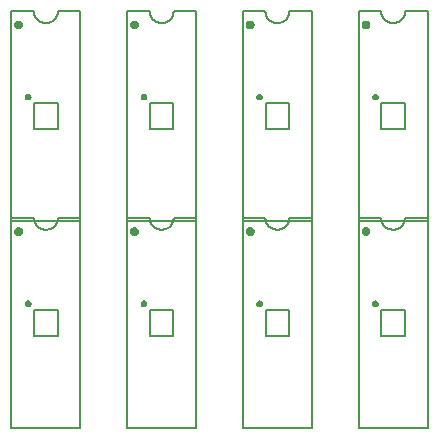
<source format=gto>
G75*
%MOIN*%
%OFA0B0*%
%FSLAX25Y25*%
%IPPOS*%
%LPD*%
%AMOC8*
5,1,8,0,0,1.08239X$1,22.5*
%
%ADD10C,0.01181*%
%ADD11R,0.01575X0.01575*%
%ADD12C,0.00787*%
%ADD13C,0.00600*%
D10*
X0053791Y0085252D02*
X0053793Y0085308D01*
X0053799Y0085363D01*
X0053809Y0085417D01*
X0053822Y0085471D01*
X0053840Y0085524D01*
X0053861Y0085575D01*
X0053885Y0085625D01*
X0053913Y0085673D01*
X0053945Y0085719D01*
X0053979Y0085763D01*
X0054017Y0085804D01*
X0054057Y0085842D01*
X0054100Y0085877D01*
X0054145Y0085909D01*
X0054193Y0085938D01*
X0054242Y0085964D01*
X0054293Y0085986D01*
X0054345Y0086004D01*
X0054399Y0086018D01*
X0054454Y0086029D01*
X0054509Y0086036D01*
X0054564Y0086039D01*
X0054620Y0086038D01*
X0054675Y0086033D01*
X0054730Y0086024D01*
X0054784Y0086012D01*
X0054837Y0085995D01*
X0054889Y0085975D01*
X0054939Y0085951D01*
X0054987Y0085924D01*
X0055034Y0085894D01*
X0055078Y0085860D01*
X0055120Y0085823D01*
X0055158Y0085783D01*
X0055195Y0085741D01*
X0055228Y0085696D01*
X0055257Y0085650D01*
X0055284Y0085601D01*
X0055306Y0085550D01*
X0055326Y0085498D01*
X0055341Y0085444D01*
X0055353Y0085390D01*
X0055361Y0085335D01*
X0055365Y0085280D01*
X0055365Y0085224D01*
X0055361Y0085169D01*
X0055353Y0085114D01*
X0055341Y0085060D01*
X0055326Y0085006D01*
X0055306Y0084954D01*
X0055284Y0084903D01*
X0055257Y0084854D01*
X0055228Y0084808D01*
X0055195Y0084763D01*
X0055158Y0084721D01*
X0055120Y0084681D01*
X0055078Y0084644D01*
X0055034Y0084610D01*
X0054987Y0084580D01*
X0054939Y0084553D01*
X0054889Y0084529D01*
X0054837Y0084509D01*
X0054784Y0084492D01*
X0054730Y0084480D01*
X0054675Y0084471D01*
X0054620Y0084466D01*
X0054564Y0084465D01*
X0054509Y0084468D01*
X0054454Y0084475D01*
X0054399Y0084486D01*
X0054345Y0084500D01*
X0054293Y0084518D01*
X0054242Y0084540D01*
X0054193Y0084566D01*
X0054145Y0084595D01*
X0054100Y0084627D01*
X0054057Y0084662D01*
X0054017Y0084700D01*
X0053979Y0084741D01*
X0053945Y0084785D01*
X0053913Y0084831D01*
X0053885Y0084879D01*
X0053861Y0084929D01*
X0053840Y0084980D01*
X0053822Y0085033D01*
X0053809Y0085087D01*
X0053799Y0085141D01*
X0053793Y0085196D01*
X0053791Y0085252D01*
X0092374Y0085252D02*
X0092376Y0085308D01*
X0092382Y0085363D01*
X0092392Y0085417D01*
X0092405Y0085471D01*
X0092423Y0085524D01*
X0092444Y0085575D01*
X0092468Y0085625D01*
X0092496Y0085673D01*
X0092528Y0085719D01*
X0092562Y0085763D01*
X0092600Y0085804D01*
X0092640Y0085842D01*
X0092683Y0085877D01*
X0092728Y0085909D01*
X0092776Y0085938D01*
X0092825Y0085964D01*
X0092876Y0085986D01*
X0092928Y0086004D01*
X0092982Y0086018D01*
X0093037Y0086029D01*
X0093092Y0086036D01*
X0093147Y0086039D01*
X0093203Y0086038D01*
X0093258Y0086033D01*
X0093313Y0086024D01*
X0093367Y0086012D01*
X0093420Y0085995D01*
X0093472Y0085975D01*
X0093522Y0085951D01*
X0093570Y0085924D01*
X0093617Y0085894D01*
X0093661Y0085860D01*
X0093703Y0085823D01*
X0093741Y0085783D01*
X0093778Y0085741D01*
X0093811Y0085696D01*
X0093840Y0085650D01*
X0093867Y0085601D01*
X0093889Y0085550D01*
X0093909Y0085498D01*
X0093924Y0085444D01*
X0093936Y0085390D01*
X0093944Y0085335D01*
X0093948Y0085280D01*
X0093948Y0085224D01*
X0093944Y0085169D01*
X0093936Y0085114D01*
X0093924Y0085060D01*
X0093909Y0085006D01*
X0093889Y0084954D01*
X0093867Y0084903D01*
X0093840Y0084854D01*
X0093811Y0084808D01*
X0093778Y0084763D01*
X0093741Y0084721D01*
X0093703Y0084681D01*
X0093661Y0084644D01*
X0093617Y0084610D01*
X0093570Y0084580D01*
X0093522Y0084553D01*
X0093472Y0084529D01*
X0093420Y0084509D01*
X0093367Y0084492D01*
X0093313Y0084480D01*
X0093258Y0084471D01*
X0093203Y0084466D01*
X0093147Y0084465D01*
X0093092Y0084468D01*
X0093037Y0084475D01*
X0092982Y0084486D01*
X0092928Y0084500D01*
X0092876Y0084518D01*
X0092825Y0084540D01*
X0092776Y0084566D01*
X0092728Y0084595D01*
X0092683Y0084627D01*
X0092640Y0084662D01*
X0092600Y0084700D01*
X0092562Y0084741D01*
X0092528Y0084785D01*
X0092496Y0084831D01*
X0092468Y0084879D01*
X0092444Y0084929D01*
X0092423Y0084980D01*
X0092405Y0085033D01*
X0092392Y0085087D01*
X0092382Y0085141D01*
X0092376Y0085196D01*
X0092374Y0085252D01*
X0130956Y0085252D02*
X0130958Y0085308D01*
X0130964Y0085363D01*
X0130974Y0085417D01*
X0130987Y0085471D01*
X0131005Y0085524D01*
X0131026Y0085575D01*
X0131050Y0085625D01*
X0131078Y0085673D01*
X0131110Y0085719D01*
X0131144Y0085763D01*
X0131182Y0085804D01*
X0131222Y0085842D01*
X0131265Y0085877D01*
X0131310Y0085909D01*
X0131358Y0085938D01*
X0131407Y0085964D01*
X0131458Y0085986D01*
X0131510Y0086004D01*
X0131564Y0086018D01*
X0131619Y0086029D01*
X0131674Y0086036D01*
X0131729Y0086039D01*
X0131785Y0086038D01*
X0131840Y0086033D01*
X0131895Y0086024D01*
X0131949Y0086012D01*
X0132002Y0085995D01*
X0132054Y0085975D01*
X0132104Y0085951D01*
X0132152Y0085924D01*
X0132199Y0085894D01*
X0132243Y0085860D01*
X0132285Y0085823D01*
X0132323Y0085783D01*
X0132360Y0085741D01*
X0132393Y0085696D01*
X0132422Y0085650D01*
X0132449Y0085601D01*
X0132471Y0085550D01*
X0132491Y0085498D01*
X0132506Y0085444D01*
X0132518Y0085390D01*
X0132526Y0085335D01*
X0132530Y0085280D01*
X0132530Y0085224D01*
X0132526Y0085169D01*
X0132518Y0085114D01*
X0132506Y0085060D01*
X0132491Y0085006D01*
X0132471Y0084954D01*
X0132449Y0084903D01*
X0132422Y0084854D01*
X0132393Y0084808D01*
X0132360Y0084763D01*
X0132323Y0084721D01*
X0132285Y0084681D01*
X0132243Y0084644D01*
X0132199Y0084610D01*
X0132152Y0084580D01*
X0132104Y0084553D01*
X0132054Y0084529D01*
X0132002Y0084509D01*
X0131949Y0084492D01*
X0131895Y0084480D01*
X0131840Y0084471D01*
X0131785Y0084466D01*
X0131729Y0084465D01*
X0131674Y0084468D01*
X0131619Y0084475D01*
X0131564Y0084486D01*
X0131510Y0084500D01*
X0131458Y0084518D01*
X0131407Y0084540D01*
X0131358Y0084566D01*
X0131310Y0084595D01*
X0131265Y0084627D01*
X0131222Y0084662D01*
X0131182Y0084700D01*
X0131144Y0084741D01*
X0131110Y0084785D01*
X0131078Y0084831D01*
X0131050Y0084879D01*
X0131026Y0084929D01*
X0131005Y0084980D01*
X0130987Y0085033D01*
X0130974Y0085087D01*
X0130964Y0085141D01*
X0130958Y0085196D01*
X0130956Y0085252D01*
X0169539Y0085252D02*
X0169541Y0085308D01*
X0169547Y0085363D01*
X0169557Y0085417D01*
X0169570Y0085471D01*
X0169588Y0085524D01*
X0169609Y0085575D01*
X0169633Y0085625D01*
X0169661Y0085673D01*
X0169693Y0085719D01*
X0169727Y0085763D01*
X0169765Y0085804D01*
X0169805Y0085842D01*
X0169848Y0085877D01*
X0169893Y0085909D01*
X0169941Y0085938D01*
X0169990Y0085964D01*
X0170041Y0085986D01*
X0170093Y0086004D01*
X0170147Y0086018D01*
X0170202Y0086029D01*
X0170257Y0086036D01*
X0170312Y0086039D01*
X0170368Y0086038D01*
X0170423Y0086033D01*
X0170478Y0086024D01*
X0170532Y0086012D01*
X0170585Y0085995D01*
X0170637Y0085975D01*
X0170687Y0085951D01*
X0170735Y0085924D01*
X0170782Y0085894D01*
X0170826Y0085860D01*
X0170868Y0085823D01*
X0170906Y0085783D01*
X0170943Y0085741D01*
X0170976Y0085696D01*
X0171005Y0085650D01*
X0171032Y0085601D01*
X0171054Y0085550D01*
X0171074Y0085498D01*
X0171089Y0085444D01*
X0171101Y0085390D01*
X0171109Y0085335D01*
X0171113Y0085280D01*
X0171113Y0085224D01*
X0171109Y0085169D01*
X0171101Y0085114D01*
X0171089Y0085060D01*
X0171074Y0085006D01*
X0171054Y0084954D01*
X0171032Y0084903D01*
X0171005Y0084854D01*
X0170976Y0084808D01*
X0170943Y0084763D01*
X0170906Y0084721D01*
X0170868Y0084681D01*
X0170826Y0084644D01*
X0170782Y0084610D01*
X0170735Y0084580D01*
X0170687Y0084553D01*
X0170637Y0084529D01*
X0170585Y0084509D01*
X0170532Y0084492D01*
X0170478Y0084480D01*
X0170423Y0084471D01*
X0170368Y0084466D01*
X0170312Y0084465D01*
X0170257Y0084468D01*
X0170202Y0084475D01*
X0170147Y0084486D01*
X0170093Y0084500D01*
X0170041Y0084518D01*
X0169990Y0084540D01*
X0169941Y0084566D01*
X0169893Y0084595D01*
X0169848Y0084627D01*
X0169805Y0084662D01*
X0169765Y0084700D01*
X0169727Y0084741D01*
X0169693Y0084785D01*
X0169661Y0084831D01*
X0169633Y0084879D01*
X0169609Y0084929D01*
X0169588Y0084980D01*
X0169570Y0085033D01*
X0169557Y0085087D01*
X0169547Y0085141D01*
X0169541Y0085196D01*
X0169539Y0085252D01*
X0169539Y0154150D02*
X0169541Y0154206D01*
X0169547Y0154261D01*
X0169557Y0154315D01*
X0169570Y0154369D01*
X0169588Y0154422D01*
X0169609Y0154473D01*
X0169633Y0154523D01*
X0169661Y0154571D01*
X0169693Y0154617D01*
X0169727Y0154661D01*
X0169765Y0154702D01*
X0169805Y0154740D01*
X0169848Y0154775D01*
X0169893Y0154807D01*
X0169941Y0154836D01*
X0169990Y0154862D01*
X0170041Y0154884D01*
X0170093Y0154902D01*
X0170147Y0154916D01*
X0170202Y0154927D01*
X0170257Y0154934D01*
X0170312Y0154937D01*
X0170368Y0154936D01*
X0170423Y0154931D01*
X0170478Y0154922D01*
X0170532Y0154910D01*
X0170585Y0154893D01*
X0170637Y0154873D01*
X0170687Y0154849D01*
X0170735Y0154822D01*
X0170782Y0154792D01*
X0170826Y0154758D01*
X0170868Y0154721D01*
X0170906Y0154681D01*
X0170943Y0154639D01*
X0170976Y0154594D01*
X0171005Y0154548D01*
X0171032Y0154499D01*
X0171054Y0154448D01*
X0171074Y0154396D01*
X0171089Y0154342D01*
X0171101Y0154288D01*
X0171109Y0154233D01*
X0171113Y0154178D01*
X0171113Y0154122D01*
X0171109Y0154067D01*
X0171101Y0154012D01*
X0171089Y0153958D01*
X0171074Y0153904D01*
X0171054Y0153852D01*
X0171032Y0153801D01*
X0171005Y0153752D01*
X0170976Y0153706D01*
X0170943Y0153661D01*
X0170906Y0153619D01*
X0170868Y0153579D01*
X0170826Y0153542D01*
X0170782Y0153508D01*
X0170735Y0153478D01*
X0170687Y0153451D01*
X0170637Y0153427D01*
X0170585Y0153407D01*
X0170532Y0153390D01*
X0170478Y0153378D01*
X0170423Y0153369D01*
X0170368Y0153364D01*
X0170312Y0153363D01*
X0170257Y0153366D01*
X0170202Y0153373D01*
X0170147Y0153384D01*
X0170093Y0153398D01*
X0170041Y0153416D01*
X0169990Y0153438D01*
X0169941Y0153464D01*
X0169893Y0153493D01*
X0169848Y0153525D01*
X0169805Y0153560D01*
X0169765Y0153598D01*
X0169727Y0153639D01*
X0169693Y0153683D01*
X0169661Y0153729D01*
X0169633Y0153777D01*
X0169609Y0153827D01*
X0169588Y0153878D01*
X0169570Y0153931D01*
X0169557Y0153985D01*
X0169547Y0154039D01*
X0169541Y0154094D01*
X0169539Y0154150D01*
X0130956Y0154150D02*
X0130958Y0154206D01*
X0130964Y0154261D01*
X0130974Y0154315D01*
X0130987Y0154369D01*
X0131005Y0154422D01*
X0131026Y0154473D01*
X0131050Y0154523D01*
X0131078Y0154571D01*
X0131110Y0154617D01*
X0131144Y0154661D01*
X0131182Y0154702D01*
X0131222Y0154740D01*
X0131265Y0154775D01*
X0131310Y0154807D01*
X0131358Y0154836D01*
X0131407Y0154862D01*
X0131458Y0154884D01*
X0131510Y0154902D01*
X0131564Y0154916D01*
X0131619Y0154927D01*
X0131674Y0154934D01*
X0131729Y0154937D01*
X0131785Y0154936D01*
X0131840Y0154931D01*
X0131895Y0154922D01*
X0131949Y0154910D01*
X0132002Y0154893D01*
X0132054Y0154873D01*
X0132104Y0154849D01*
X0132152Y0154822D01*
X0132199Y0154792D01*
X0132243Y0154758D01*
X0132285Y0154721D01*
X0132323Y0154681D01*
X0132360Y0154639D01*
X0132393Y0154594D01*
X0132422Y0154548D01*
X0132449Y0154499D01*
X0132471Y0154448D01*
X0132491Y0154396D01*
X0132506Y0154342D01*
X0132518Y0154288D01*
X0132526Y0154233D01*
X0132530Y0154178D01*
X0132530Y0154122D01*
X0132526Y0154067D01*
X0132518Y0154012D01*
X0132506Y0153958D01*
X0132491Y0153904D01*
X0132471Y0153852D01*
X0132449Y0153801D01*
X0132422Y0153752D01*
X0132393Y0153706D01*
X0132360Y0153661D01*
X0132323Y0153619D01*
X0132285Y0153579D01*
X0132243Y0153542D01*
X0132199Y0153508D01*
X0132152Y0153478D01*
X0132104Y0153451D01*
X0132054Y0153427D01*
X0132002Y0153407D01*
X0131949Y0153390D01*
X0131895Y0153378D01*
X0131840Y0153369D01*
X0131785Y0153364D01*
X0131729Y0153363D01*
X0131674Y0153366D01*
X0131619Y0153373D01*
X0131564Y0153384D01*
X0131510Y0153398D01*
X0131458Y0153416D01*
X0131407Y0153438D01*
X0131358Y0153464D01*
X0131310Y0153493D01*
X0131265Y0153525D01*
X0131222Y0153560D01*
X0131182Y0153598D01*
X0131144Y0153639D01*
X0131110Y0153683D01*
X0131078Y0153729D01*
X0131050Y0153777D01*
X0131026Y0153827D01*
X0131005Y0153878D01*
X0130987Y0153931D01*
X0130974Y0153985D01*
X0130964Y0154039D01*
X0130958Y0154094D01*
X0130956Y0154150D01*
X0092374Y0154150D02*
X0092376Y0154206D01*
X0092382Y0154261D01*
X0092392Y0154315D01*
X0092405Y0154369D01*
X0092423Y0154422D01*
X0092444Y0154473D01*
X0092468Y0154523D01*
X0092496Y0154571D01*
X0092528Y0154617D01*
X0092562Y0154661D01*
X0092600Y0154702D01*
X0092640Y0154740D01*
X0092683Y0154775D01*
X0092728Y0154807D01*
X0092776Y0154836D01*
X0092825Y0154862D01*
X0092876Y0154884D01*
X0092928Y0154902D01*
X0092982Y0154916D01*
X0093037Y0154927D01*
X0093092Y0154934D01*
X0093147Y0154937D01*
X0093203Y0154936D01*
X0093258Y0154931D01*
X0093313Y0154922D01*
X0093367Y0154910D01*
X0093420Y0154893D01*
X0093472Y0154873D01*
X0093522Y0154849D01*
X0093570Y0154822D01*
X0093617Y0154792D01*
X0093661Y0154758D01*
X0093703Y0154721D01*
X0093741Y0154681D01*
X0093778Y0154639D01*
X0093811Y0154594D01*
X0093840Y0154548D01*
X0093867Y0154499D01*
X0093889Y0154448D01*
X0093909Y0154396D01*
X0093924Y0154342D01*
X0093936Y0154288D01*
X0093944Y0154233D01*
X0093948Y0154178D01*
X0093948Y0154122D01*
X0093944Y0154067D01*
X0093936Y0154012D01*
X0093924Y0153958D01*
X0093909Y0153904D01*
X0093889Y0153852D01*
X0093867Y0153801D01*
X0093840Y0153752D01*
X0093811Y0153706D01*
X0093778Y0153661D01*
X0093741Y0153619D01*
X0093703Y0153579D01*
X0093661Y0153542D01*
X0093617Y0153508D01*
X0093570Y0153478D01*
X0093522Y0153451D01*
X0093472Y0153427D01*
X0093420Y0153407D01*
X0093367Y0153390D01*
X0093313Y0153378D01*
X0093258Y0153369D01*
X0093203Y0153364D01*
X0093147Y0153363D01*
X0093092Y0153366D01*
X0093037Y0153373D01*
X0092982Y0153384D01*
X0092928Y0153398D01*
X0092876Y0153416D01*
X0092825Y0153438D01*
X0092776Y0153464D01*
X0092728Y0153493D01*
X0092683Y0153525D01*
X0092640Y0153560D01*
X0092600Y0153598D01*
X0092562Y0153639D01*
X0092528Y0153683D01*
X0092496Y0153729D01*
X0092468Y0153777D01*
X0092444Y0153827D01*
X0092423Y0153878D01*
X0092405Y0153931D01*
X0092392Y0153985D01*
X0092382Y0154039D01*
X0092376Y0154094D01*
X0092374Y0154150D01*
X0053791Y0154150D02*
X0053793Y0154206D01*
X0053799Y0154261D01*
X0053809Y0154315D01*
X0053822Y0154369D01*
X0053840Y0154422D01*
X0053861Y0154473D01*
X0053885Y0154523D01*
X0053913Y0154571D01*
X0053945Y0154617D01*
X0053979Y0154661D01*
X0054017Y0154702D01*
X0054057Y0154740D01*
X0054100Y0154775D01*
X0054145Y0154807D01*
X0054193Y0154836D01*
X0054242Y0154862D01*
X0054293Y0154884D01*
X0054345Y0154902D01*
X0054399Y0154916D01*
X0054454Y0154927D01*
X0054509Y0154934D01*
X0054564Y0154937D01*
X0054620Y0154936D01*
X0054675Y0154931D01*
X0054730Y0154922D01*
X0054784Y0154910D01*
X0054837Y0154893D01*
X0054889Y0154873D01*
X0054939Y0154849D01*
X0054987Y0154822D01*
X0055034Y0154792D01*
X0055078Y0154758D01*
X0055120Y0154721D01*
X0055158Y0154681D01*
X0055195Y0154639D01*
X0055228Y0154594D01*
X0055257Y0154548D01*
X0055284Y0154499D01*
X0055306Y0154448D01*
X0055326Y0154396D01*
X0055341Y0154342D01*
X0055353Y0154288D01*
X0055361Y0154233D01*
X0055365Y0154178D01*
X0055365Y0154122D01*
X0055361Y0154067D01*
X0055353Y0154012D01*
X0055341Y0153958D01*
X0055326Y0153904D01*
X0055306Y0153852D01*
X0055284Y0153801D01*
X0055257Y0153752D01*
X0055228Y0153706D01*
X0055195Y0153661D01*
X0055158Y0153619D01*
X0055120Y0153579D01*
X0055078Y0153542D01*
X0055034Y0153508D01*
X0054987Y0153478D01*
X0054939Y0153451D01*
X0054889Y0153427D01*
X0054837Y0153407D01*
X0054784Y0153390D01*
X0054730Y0153378D01*
X0054675Y0153369D01*
X0054620Y0153364D01*
X0054564Y0153363D01*
X0054509Y0153366D01*
X0054454Y0153373D01*
X0054399Y0153384D01*
X0054345Y0153398D01*
X0054293Y0153416D01*
X0054242Y0153438D01*
X0054193Y0153464D01*
X0054145Y0153493D01*
X0054100Y0153525D01*
X0054057Y0153560D01*
X0054017Y0153598D01*
X0053979Y0153639D01*
X0053945Y0153683D01*
X0053913Y0153729D01*
X0053885Y0153777D01*
X0053861Y0153827D01*
X0053840Y0153878D01*
X0053822Y0153931D01*
X0053809Y0153985D01*
X0053799Y0154039D01*
X0053793Y0154094D01*
X0053791Y0154150D01*
D11*
X0054578Y0154150D03*
X0057727Y0130134D03*
X0093161Y0154150D03*
X0096310Y0130134D03*
X0131743Y0154150D03*
X0134893Y0130134D03*
X0170326Y0154150D03*
X0173476Y0130134D03*
X0170326Y0085252D03*
X0173476Y0061236D03*
X0134893Y0061236D03*
X0131743Y0085252D03*
X0096310Y0061236D03*
X0093161Y0085252D03*
X0057727Y0061236D03*
X0054578Y0085252D03*
D12*
X0056940Y0061236D02*
X0056942Y0061292D01*
X0056948Y0061347D01*
X0056958Y0061401D01*
X0056971Y0061455D01*
X0056989Y0061508D01*
X0057010Y0061559D01*
X0057034Y0061609D01*
X0057062Y0061657D01*
X0057094Y0061703D01*
X0057128Y0061747D01*
X0057166Y0061788D01*
X0057206Y0061826D01*
X0057249Y0061861D01*
X0057294Y0061893D01*
X0057342Y0061922D01*
X0057391Y0061948D01*
X0057442Y0061970D01*
X0057494Y0061988D01*
X0057548Y0062002D01*
X0057603Y0062013D01*
X0057658Y0062020D01*
X0057713Y0062023D01*
X0057769Y0062022D01*
X0057824Y0062017D01*
X0057879Y0062008D01*
X0057933Y0061996D01*
X0057986Y0061979D01*
X0058038Y0061959D01*
X0058088Y0061935D01*
X0058136Y0061908D01*
X0058183Y0061878D01*
X0058227Y0061844D01*
X0058269Y0061807D01*
X0058307Y0061767D01*
X0058344Y0061725D01*
X0058377Y0061680D01*
X0058406Y0061634D01*
X0058433Y0061585D01*
X0058455Y0061534D01*
X0058475Y0061482D01*
X0058490Y0061428D01*
X0058502Y0061374D01*
X0058510Y0061319D01*
X0058514Y0061264D01*
X0058514Y0061208D01*
X0058510Y0061153D01*
X0058502Y0061098D01*
X0058490Y0061044D01*
X0058475Y0060990D01*
X0058455Y0060938D01*
X0058433Y0060887D01*
X0058406Y0060838D01*
X0058377Y0060792D01*
X0058344Y0060747D01*
X0058307Y0060705D01*
X0058269Y0060665D01*
X0058227Y0060628D01*
X0058183Y0060594D01*
X0058136Y0060564D01*
X0058088Y0060537D01*
X0058038Y0060513D01*
X0057986Y0060493D01*
X0057933Y0060476D01*
X0057879Y0060464D01*
X0057824Y0060455D01*
X0057769Y0060450D01*
X0057713Y0060449D01*
X0057658Y0060452D01*
X0057603Y0060459D01*
X0057548Y0060470D01*
X0057494Y0060484D01*
X0057442Y0060502D01*
X0057391Y0060524D01*
X0057342Y0060550D01*
X0057294Y0060579D01*
X0057249Y0060611D01*
X0057206Y0060646D01*
X0057166Y0060684D01*
X0057128Y0060725D01*
X0057094Y0060769D01*
X0057062Y0060815D01*
X0057034Y0060863D01*
X0057010Y0060913D01*
X0056989Y0060964D01*
X0056971Y0061017D01*
X0056958Y0061071D01*
X0056948Y0061125D01*
X0056942Y0061180D01*
X0056940Y0061236D01*
X0059696Y0059268D02*
X0059696Y0050606D01*
X0067570Y0050606D01*
X0067570Y0059268D01*
X0059696Y0059268D01*
X0095523Y0061236D02*
X0095525Y0061292D01*
X0095531Y0061347D01*
X0095541Y0061401D01*
X0095554Y0061455D01*
X0095572Y0061508D01*
X0095593Y0061559D01*
X0095617Y0061609D01*
X0095645Y0061657D01*
X0095677Y0061703D01*
X0095711Y0061747D01*
X0095749Y0061788D01*
X0095789Y0061826D01*
X0095832Y0061861D01*
X0095877Y0061893D01*
X0095925Y0061922D01*
X0095974Y0061948D01*
X0096025Y0061970D01*
X0096077Y0061988D01*
X0096131Y0062002D01*
X0096186Y0062013D01*
X0096241Y0062020D01*
X0096296Y0062023D01*
X0096352Y0062022D01*
X0096407Y0062017D01*
X0096462Y0062008D01*
X0096516Y0061996D01*
X0096569Y0061979D01*
X0096621Y0061959D01*
X0096671Y0061935D01*
X0096719Y0061908D01*
X0096766Y0061878D01*
X0096810Y0061844D01*
X0096852Y0061807D01*
X0096890Y0061767D01*
X0096927Y0061725D01*
X0096960Y0061680D01*
X0096989Y0061634D01*
X0097016Y0061585D01*
X0097038Y0061534D01*
X0097058Y0061482D01*
X0097073Y0061428D01*
X0097085Y0061374D01*
X0097093Y0061319D01*
X0097097Y0061264D01*
X0097097Y0061208D01*
X0097093Y0061153D01*
X0097085Y0061098D01*
X0097073Y0061044D01*
X0097058Y0060990D01*
X0097038Y0060938D01*
X0097016Y0060887D01*
X0096989Y0060838D01*
X0096960Y0060792D01*
X0096927Y0060747D01*
X0096890Y0060705D01*
X0096852Y0060665D01*
X0096810Y0060628D01*
X0096766Y0060594D01*
X0096719Y0060564D01*
X0096671Y0060537D01*
X0096621Y0060513D01*
X0096569Y0060493D01*
X0096516Y0060476D01*
X0096462Y0060464D01*
X0096407Y0060455D01*
X0096352Y0060450D01*
X0096296Y0060449D01*
X0096241Y0060452D01*
X0096186Y0060459D01*
X0096131Y0060470D01*
X0096077Y0060484D01*
X0096025Y0060502D01*
X0095974Y0060524D01*
X0095925Y0060550D01*
X0095877Y0060579D01*
X0095832Y0060611D01*
X0095789Y0060646D01*
X0095749Y0060684D01*
X0095711Y0060725D01*
X0095677Y0060769D01*
X0095645Y0060815D01*
X0095617Y0060863D01*
X0095593Y0060913D01*
X0095572Y0060964D01*
X0095554Y0061017D01*
X0095541Y0061071D01*
X0095531Y0061125D01*
X0095525Y0061180D01*
X0095523Y0061236D01*
X0098279Y0059268D02*
X0098279Y0050606D01*
X0106153Y0050606D01*
X0106153Y0059268D01*
X0098279Y0059268D01*
X0134106Y0061236D02*
X0134108Y0061292D01*
X0134114Y0061347D01*
X0134124Y0061401D01*
X0134137Y0061455D01*
X0134155Y0061508D01*
X0134176Y0061559D01*
X0134200Y0061609D01*
X0134228Y0061657D01*
X0134260Y0061703D01*
X0134294Y0061747D01*
X0134332Y0061788D01*
X0134372Y0061826D01*
X0134415Y0061861D01*
X0134460Y0061893D01*
X0134508Y0061922D01*
X0134557Y0061948D01*
X0134608Y0061970D01*
X0134660Y0061988D01*
X0134714Y0062002D01*
X0134769Y0062013D01*
X0134824Y0062020D01*
X0134879Y0062023D01*
X0134935Y0062022D01*
X0134990Y0062017D01*
X0135045Y0062008D01*
X0135099Y0061996D01*
X0135152Y0061979D01*
X0135204Y0061959D01*
X0135254Y0061935D01*
X0135302Y0061908D01*
X0135349Y0061878D01*
X0135393Y0061844D01*
X0135435Y0061807D01*
X0135473Y0061767D01*
X0135510Y0061725D01*
X0135543Y0061680D01*
X0135572Y0061634D01*
X0135599Y0061585D01*
X0135621Y0061534D01*
X0135641Y0061482D01*
X0135656Y0061428D01*
X0135668Y0061374D01*
X0135676Y0061319D01*
X0135680Y0061264D01*
X0135680Y0061208D01*
X0135676Y0061153D01*
X0135668Y0061098D01*
X0135656Y0061044D01*
X0135641Y0060990D01*
X0135621Y0060938D01*
X0135599Y0060887D01*
X0135572Y0060838D01*
X0135543Y0060792D01*
X0135510Y0060747D01*
X0135473Y0060705D01*
X0135435Y0060665D01*
X0135393Y0060628D01*
X0135349Y0060594D01*
X0135302Y0060564D01*
X0135254Y0060537D01*
X0135204Y0060513D01*
X0135152Y0060493D01*
X0135099Y0060476D01*
X0135045Y0060464D01*
X0134990Y0060455D01*
X0134935Y0060450D01*
X0134879Y0060449D01*
X0134824Y0060452D01*
X0134769Y0060459D01*
X0134714Y0060470D01*
X0134660Y0060484D01*
X0134608Y0060502D01*
X0134557Y0060524D01*
X0134508Y0060550D01*
X0134460Y0060579D01*
X0134415Y0060611D01*
X0134372Y0060646D01*
X0134332Y0060684D01*
X0134294Y0060725D01*
X0134260Y0060769D01*
X0134228Y0060815D01*
X0134200Y0060863D01*
X0134176Y0060913D01*
X0134155Y0060964D01*
X0134137Y0061017D01*
X0134124Y0061071D01*
X0134114Y0061125D01*
X0134108Y0061180D01*
X0134106Y0061236D01*
X0136861Y0059268D02*
X0136861Y0050606D01*
X0144735Y0050606D01*
X0144735Y0059268D01*
X0136861Y0059268D01*
X0172689Y0061236D02*
X0172691Y0061292D01*
X0172697Y0061347D01*
X0172707Y0061401D01*
X0172720Y0061455D01*
X0172738Y0061508D01*
X0172759Y0061559D01*
X0172783Y0061609D01*
X0172811Y0061657D01*
X0172843Y0061703D01*
X0172877Y0061747D01*
X0172915Y0061788D01*
X0172955Y0061826D01*
X0172998Y0061861D01*
X0173043Y0061893D01*
X0173091Y0061922D01*
X0173140Y0061948D01*
X0173191Y0061970D01*
X0173243Y0061988D01*
X0173297Y0062002D01*
X0173352Y0062013D01*
X0173407Y0062020D01*
X0173462Y0062023D01*
X0173518Y0062022D01*
X0173573Y0062017D01*
X0173628Y0062008D01*
X0173682Y0061996D01*
X0173735Y0061979D01*
X0173787Y0061959D01*
X0173837Y0061935D01*
X0173885Y0061908D01*
X0173932Y0061878D01*
X0173976Y0061844D01*
X0174018Y0061807D01*
X0174056Y0061767D01*
X0174093Y0061725D01*
X0174126Y0061680D01*
X0174155Y0061634D01*
X0174182Y0061585D01*
X0174204Y0061534D01*
X0174224Y0061482D01*
X0174239Y0061428D01*
X0174251Y0061374D01*
X0174259Y0061319D01*
X0174263Y0061264D01*
X0174263Y0061208D01*
X0174259Y0061153D01*
X0174251Y0061098D01*
X0174239Y0061044D01*
X0174224Y0060990D01*
X0174204Y0060938D01*
X0174182Y0060887D01*
X0174155Y0060838D01*
X0174126Y0060792D01*
X0174093Y0060747D01*
X0174056Y0060705D01*
X0174018Y0060665D01*
X0173976Y0060628D01*
X0173932Y0060594D01*
X0173885Y0060564D01*
X0173837Y0060537D01*
X0173787Y0060513D01*
X0173735Y0060493D01*
X0173682Y0060476D01*
X0173628Y0060464D01*
X0173573Y0060455D01*
X0173518Y0060450D01*
X0173462Y0060449D01*
X0173407Y0060452D01*
X0173352Y0060459D01*
X0173297Y0060470D01*
X0173243Y0060484D01*
X0173191Y0060502D01*
X0173140Y0060524D01*
X0173091Y0060550D01*
X0173043Y0060579D01*
X0172998Y0060611D01*
X0172955Y0060646D01*
X0172915Y0060684D01*
X0172877Y0060725D01*
X0172843Y0060769D01*
X0172811Y0060815D01*
X0172783Y0060863D01*
X0172759Y0060913D01*
X0172738Y0060964D01*
X0172720Y0061017D01*
X0172707Y0061071D01*
X0172697Y0061125D01*
X0172691Y0061180D01*
X0172689Y0061236D01*
X0175444Y0059268D02*
X0175444Y0050606D01*
X0183318Y0050606D01*
X0183318Y0059268D01*
X0175444Y0059268D01*
X0175444Y0119504D02*
X0175444Y0128165D01*
X0183318Y0128165D01*
X0183318Y0119504D01*
X0175444Y0119504D01*
X0172689Y0130134D02*
X0172691Y0130190D01*
X0172697Y0130245D01*
X0172707Y0130299D01*
X0172720Y0130353D01*
X0172738Y0130406D01*
X0172759Y0130457D01*
X0172783Y0130507D01*
X0172811Y0130555D01*
X0172843Y0130601D01*
X0172877Y0130645D01*
X0172915Y0130686D01*
X0172955Y0130724D01*
X0172998Y0130759D01*
X0173043Y0130791D01*
X0173091Y0130820D01*
X0173140Y0130846D01*
X0173191Y0130868D01*
X0173243Y0130886D01*
X0173297Y0130900D01*
X0173352Y0130911D01*
X0173407Y0130918D01*
X0173462Y0130921D01*
X0173518Y0130920D01*
X0173573Y0130915D01*
X0173628Y0130906D01*
X0173682Y0130894D01*
X0173735Y0130877D01*
X0173787Y0130857D01*
X0173837Y0130833D01*
X0173885Y0130806D01*
X0173932Y0130776D01*
X0173976Y0130742D01*
X0174018Y0130705D01*
X0174056Y0130665D01*
X0174093Y0130623D01*
X0174126Y0130578D01*
X0174155Y0130532D01*
X0174182Y0130483D01*
X0174204Y0130432D01*
X0174224Y0130380D01*
X0174239Y0130326D01*
X0174251Y0130272D01*
X0174259Y0130217D01*
X0174263Y0130162D01*
X0174263Y0130106D01*
X0174259Y0130051D01*
X0174251Y0129996D01*
X0174239Y0129942D01*
X0174224Y0129888D01*
X0174204Y0129836D01*
X0174182Y0129785D01*
X0174155Y0129736D01*
X0174126Y0129690D01*
X0174093Y0129645D01*
X0174056Y0129603D01*
X0174018Y0129563D01*
X0173976Y0129526D01*
X0173932Y0129492D01*
X0173885Y0129462D01*
X0173837Y0129435D01*
X0173787Y0129411D01*
X0173735Y0129391D01*
X0173682Y0129374D01*
X0173628Y0129362D01*
X0173573Y0129353D01*
X0173518Y0129348D01*
X0173462Y0129347D01*
X0173407Y0129350D01*
X0173352Y0129357D01*
X0173297Y0129368D01*
X0173243Y0129382D01*
X0173191Y0129400D01*
X0173140Y0129422D01*
X0173091Y0129448D01*
X0173043Y0129477D01*
X0172998Y0129509D01*
X0172955Y0129544D01*
X0172915Y0129582D01*
X0172877Y0129623D01*
X0172843Y0129667D01*
X0172811Y0129713D01*
X0172783Y0129761D01*
X0172759Y0129811D01*
X0172738Y0129862D01*
X0172720Y0129915D01*
X0172707Y0129969D01*
X0172697Y0130023D01*
X0172691Y0130078D01*
X0172689Y0130134D01*
X0144735Y0128165D02*
X0144735Y0119504D01*
X0136861Y0119504D01*
X0136861Y0128165D01*
X0144735Y0128165D01*
X0134106Y0130134D02*
X0134108Y0130190D01*
X0134114Y0130245D01*
X0134124Y0130299D01*
X0134137Y0130353D01*
X0134155Y0130406D01*
X0134176Y0130457D01*
X0134200Y0130507D01*
X0134228Y0130555D01*
X0134260Y0130601D01*
X0134294Y0130645D01*
X0134332Y0130686D01*
X0134372Y0130724D01*
X0134415Y0130759D01*
X0134460Y0130791D01*
X0134508Y0130820D01*
X0134557Y0130846D01*
X0134608Y0130868D01*
X0134660Y0130886D01*
X0134714Y0130900D01*
X0134769Y0130911D01*
X0134824Y0130918D01*
X0134879Y0130921D01*
X0134935Y0130920D01*
X0134990Y0130915D01*
X0135045Y0130906D01*
X0135099Y0130894D01*
X0135152Y0130877D01*
X0135204Y0130857D01*
X0135254Y0130833D01*
X0135302Y0130806D01*
X0135349Y0130776D01*
X0135393Y0130742D01*
X0135435Y0130705D01*
X0135473Y0130665D01*
X0135510Y0130623D01*
X0135543Y0130578D01*
X0135572Y0130532D01*
X0135599Y0130483D01*
X0135621Y0130432D01*
X0135641Y0130380D01*
X0135656Y0130326D01*
X0135668Y0130272D01*
X0135676Y0130217D01*
X0135680Y0130162D01*
X0135680Y0130106D01*
X0135676Y0130051D01*
X0135668Y0129996D01*
X0135656Y0129942D01*
X0135641Y0129888D01*
X0135621Y0129836D01*
X0135599Y0129785D01*
X0135572Y0129736D01*
X0135543Y0129690D01*
X0135510Y0129645D01*
X0135473Y0129603D01*
X0135435Y0129563D01*
X0135393Y0129526D01*
X0135349Y0129492D01*
X0135302Y0129462D01*
X0135254Y0129435D01*
X0135204Y0129411D01*
X0135152Y0129391D01*
X0135099Y0129374D01*
X0135045Y0129362D01*
X0134990Y0129353D01*
X0134935Y0129348D01*
X0134879Y0129347D01*
X0134824Y0129350D01*
X0134769Y0129357D01*
X0134714Y0129368D01*
X0134660Y0129382D01*
X0134608Y0129400D01*
X0134557Y0129422D01*
X0134508Y0129448D01*
X0134460Y0129477D01*
X0134415Y0129509D01*
X0134372Y0129544D01*
X0134332Y0129582D01*
X0134294Y0129623D01*
X0134260Y0129667D01*
X0134228Y0129713D01*
X0134200Y0129761D01*
X0134176Y0129811D01*
X0134155Y0129862D01*
X0134137Y0129915D01*
X0134124Y0129969D01*
X0134114Y0130023D01*
X0134108Y0130078D01*
X0134106Y0130134D01*
X0106153Y0128165D02*
X0106153Y0119504D01*
X0098279Y0119504D01*
X0098279Y0128165D01*
X0106153Y0128165D01*
X0095523Y0130134D02*
X0095525Y0130190D01*
X0095531Y0130245D01*
X0095541Y0130299D01*
X0095554Y0130353D01*
X0095572Y0130406D01*
X0095593Y0130457D01*
X0095617Y0130507D01*
X0095645Y0130555D01*
X0095677Y0130601D01*
X0095711Y0130645D01*
X0095749Y0130686D01*
X0095789Y0130724D01*
X0095832Y0130759D01*
X0095877Y0130791D01*
X0095925Y0130820D01*
X0095974Y0130846D01*
X0096025Y0130868D01*
X0096077Y0130886D01*
X0096131Y0130900D01*
X0096186Y0130911D01*
X0096241Y0130918D01*
X0096296Y0130921D01*
X0096352Y0130920D01*
X0096407Y0130915D01*
X0096462Y0130906D01*
X0096516Y0130894D01*
X0096569Y0130877D01*
X0096621Y0130857D01*
X0096671Y0130833D01*
X0096719Y0130806D01*
X0096766Y0130776D01*
X0096810Y0130742D01*
X0096852Y0130705D01*
X0096890Y0130665D01*
X0096927Y0130623D01*
X0096960Y0130578D01*
X0096989Y0130532D01*
X0097016Y0130483D01*
X0097038Y0130432D01*
X0097058Y0130380D01*
X0097073Y0130326D01*
X0097085Y0130272D01*
X0097093Y0130217D01*
X0097097Y0130162D01*
X0097097Y0130106D01*
X0097093Y0130051D01*
X0097085Y0129996D01*
X0097073Y0129942D01*
X0097058Y0129888D01*
X0097038Y0129836D01*
X0097016Y0129785D01*
X0096989Y0129736D01*
X0096960Y0129690D01*
X0096927Y0129645D01*
X0096890Y0129603D01*
X0096852Y0129563D01*
X0096810Y0129526D01*
X0096766Y0129492D01*
X0096719Y0129462D01*
X0096671Y0129435D01*
X0096621Y0129411D01*
X0096569Y0129391D01*
X0096516Y0129374D01*
X0096462Y0129362D01*
X0096407Y0129353D01*
X0096352Y0129348D01*
X0096296Y0129347D01*
X0096241Y0129350D01*
X0096186Y0129357D01*
X0096131Y0129368D01*
X0096077Y0129382D01*
X0096025Y0129400D01*
X0095974Y0129422D01*
X0095925Y0129448D01*
X0095877Y0129477D01*
X0095832Y0129509D01*
X0095789Y0129544D01*
X0095749Y0129582D01*
X0095711Y0129623D01*
X0095677Y0129667D01*
X0095645Y0129713D01*
X0095617Y0129761D01*
X0095593Y0129811D01*
X0095572Y0129862D01*
X0095554Y0129915D01*
X0095541Y0129969D01*
X0095531Y0130023D01*
X0095525Y0130078D01*
X0095523Y0130134D01*
X0067570Y0128165D02*
X0067570Y0119504D01*
X0059696Y0119504D01*
X0059696Y0128165D01*
X0067570Y0128165D01*
X0056940Y0130134D02*
X0056942Y0130190D01*
X0056948Y0130245D01*
X0056958Y0130299D01*
X0056971Y0130353D01*
X0056989Y0130406D01*
X0057010Y0130457D01*
X0057034Y0130507D01*
X0057062Y0130555D01*
X0057094Y0130601D01*
X0057128Y0130645D01*
X0057166Y0130686D01*
X0057206Y0130724D01*
X0057249Y0130759D01*
X0057294Y0130791D01*
X0057342Y0130820D01*
X0057391Y0130846D01*
X0057442Y0130868D01*
X0057494Y0130886D01*
X0057548Y0130900D01*
X0057603Y0130911D01*
X0057658Y0130918D01*
X0057713Y0130921D01*
X0057769Y0130920D01*
X0057824Y0130915D01*
X0057879Y0130906D01*
X0057933Y0130894D01*
X0057986Y0130877D01*
X0058038Y0130857D01*
X0058088Y0130833D01*
X0058136Y0130806D01*
X0058183Y0130776D01*
X0058227Y0130742D01*
X0058269Y0130705D01*
X0058307Y0130665D01*
X0058344Y0130623D01*
X0058377Y0130578D01*
X0058406Y0130532D01*
X0058433Y0130483D01*
X0058455Y0130432D01*
X0058475Y0130380D01*
X0058490Y0130326D01*
X0058502Y0130272D01*
X0058510Y0130217D01*
X0058514Y0130162D01*
X0058514Y0130106D01*
X0058510Y0130051D01*
X0058502Y0129996D01*
X0058490Y0129942D01*
X0058475Y0129888D01*
X0058455Y0129836D01*
X0058433Y0129785D01*
X0058406Y0129736D01*
X0058377Y0129690D01*
X0058344Y0129645D01*
X0058307Y0129603D01*
X0058269Y0129563D01*
X0058227Y0129526D01*
X0058183Y0129492D01*
X0058136Y0129462D01*
X0058088Y0129435D01*
X0058038Y0129411D01*
X0057986Y0129391D01*
X0057933Y0129374D01*
X0057879Y0129362D01*
X0057824Y0129353D01*
X0057769Y0129348D01*
X0057713Y0129347D01*
X0057658Y0129350D01*
X0057603Y0129357D01*
X0057548Y0129368D01*
X0057494Y0129382D01*
X0057442Y0129400D01*
X0057391Y0129422D01*
X0057342Y0129448D01*
X0057294Y0129477D01*
X0057249Y0129509D01*
X0057206Y0129544D01*
X0057166Y0129582D01*
X0057128Y0129623D01*
X0057094Y0129667D01*
X0057062Y0129713D01*
X0057034Y0129761D01*
X0057010Y0129811D01*
X0056989Y0129862D01*
X0056971Y0129915D01*
X0056958Y0129969D01*
X0056948Y0130023D01*
X0056942Y0130078D01*
X0056940Y0130134D01*
D13*
X0052133Y0019937D02*
X0075133Y0019937D01*
X0075133Y0089937D01*
X0067633Y0089937D01*
X0067631Y0089811D01*
X0067625Y0089686D01*
X0067615Y0089561D01*
X0067601Y0089436D01*
X0067584Y0089311D01*
X0067562Y0089187D01*
X0067537Y0089064D01*
X0067507Y0088942D01*
X0067474Y0088821D01*
X0067437Y0088701D01*
X0067397Y0088582D01*
X0067352Y0088465D01*
X0067304Y0088348D01*
X0067252Y0088234D01*
X0067197Y0088121D01*
X0067138Y0088010D01*
X0067076Y0087901D01*
X0067010Y0087794D01*
X0066941Y0087689D01*
X0066869Y0087586D01*
X0066794Y0087485D01*
X0066715Y0087387D01*
X0066633Y0087292D01*
X0066549Y0087199D01*
X0066461Y0087109D01*
X0066371Y0087021D01*
X0066278Y0086937D01*
X0066183Y0086855D01*
X0066085Y0086776D01*
X0065984Y0086701D01*
X0065881Y0086629D01*
X0065776Y0086560D01*
X0065669Y0086494D01*
X0065560Y0086432D01*
X0065449Y0086373D01*
X0065336Y0086318D01*
X0065222Y0086266D01*
X0065105Y0086218D01*
X0064988Y0086173D01*
X0064869Y0086133D01*
X0064749Y0086096D01*
X0064628Y0086063D01*
X0064506Y0086033D01*
X0064383Y0086008D01*
X0064259Y0085986D01*
X0064134Y0085969D01*
X0064009Y0085955D01*
X0063884Y0085945D01*
X0063759Y0085939D01*
X0063633Y0085937D01*
X0063507Y0085939D01*
X0063382Y0085945D01*
X0063257Y0085955D01*
X0063132Y0085969D01*
X0063007Y0085986D01*
X0062883Y0086008D01*
X0062760Y0086033D01*
X0062638Y0086063D01*
X0062517Y0086096D01*
X0062397Y0086133D01*
X0062278Y0086173D01*
X0062161Y0086218D01*
X0062044Y0086266D01*
X0061930Y0086318D01*
X0061817Y0086373D01*
X0061706Y0086432D01*
X0061597Y0086494D01*
X0061490Y0086560D01*
X0061385Y0086629D01*
X0061282Y0086701D01*
X0061181Y0086776D01*
X0061083Y0086855D01*
X0060988Y0086937D01*
X0060895Y0087021D01*
X0060805Y0087109D01*
X0060717Y0087199D01*
X0060633Y0087292D01*
X0060551Y0087387D01*
X0060472Y0087485D01*
X0060397Y0087586D01*
X0060325Y0087689D01*
X0060256Y0087794D01*
X0060190Y0087901D01*
X0060128Y0088010D01*
X0060069Y0088121D01*
X0060014Y0088234D01*
X0059962Y0088348D01*
X0059914Y0088465D01*
X0059869Y0088582D01*
X0059829Y0088701D01*
X0059792Y0088821D01*
X0059759Y0088942D01*
X0059729Y0089064D01*
X0059704Y0089187D01*
X0059682Y0089311D01*
X0059665Y0089436D01*
X0059651Y0089561D01*
X0059641Y0089686D01*
X0059635Y0089811D01*
X0059633Y0089937D01*
X0052133Y0089937D01*
X0052133Y0019937D01*
X0090716Y0019937D02*
X0113716Y0019937D01*
X0113716Y0089937D01*
X0106216Y0089937D01*
X0106214Y0089811D01*
X0106208Y0089686D01*
X0106198Y0089561D01*
X0106184Y0089436D01*
X0106167Y0089311D01*
X0106145Y0089187D01*
X0106120Y0089064D01*
X0106090Y0088942D01*
X0106057Y0088821D01*
X0106020Y0088701D01*
X0105980Y0088582D01*
X0105935Y0088465D01*
X0105887Y0088348D01*
X0105835Y0088234D01*
X0105780Y0088121D01*
X0105721Y0088010D01*
X0105659Y0087901D01*
X0105593Y0087794D01*
X0105524Y0087689D01*
X0105452Y0087586D01*
X0105377Y0087485D01*
X0105298Y0087387D01*
X0105216Y0087292D01*
X0105132Y0087199D01*
X0105044Y0087109D01*
X0104954Y0087021D01*
X0104861Y0086937D01*
X0104766Y0086855D01*
X0104668Y0086776D01*
X0104567Y0086701D01*
X0104464Y0086629D01*
X0104359Y0086560D01*
X0104252Y0086494D01*
X0104143Y0086432D01*
X0104032Y0086373D01*
X0103919Y0086318D01*
X0103805Y0086266D01*
X0103688Y0086218D01*
X0103571Y0086173D01*
X0103452Y0086133D01*
X0103332Y0086096D01*
X0103211Y0086063D01*
X0103089Y0086033D01*
X0102966Y0086008D01*
X0102842Y0085986D01*
X0102717Y0085969D01*
X0102592Y0085955D01*
X0102467Y0085945D01*
X0102342Y0085939D01*
X0102216Y0085937D01*
X0102090Y0085939D01*
X0101965Y0085945D01*
X0101840Y0085955D01*
X0101715Y0085969D01*
X0101590Y0085986D01*
X0101466Y0086008D01*
X0101343Y0086033D01*
X0101221Y0086063D01*
X0101100Y0086096D01*
X0100980Y0086133D01*
X0100861Y0086173D01*
X0100744Y0086218D01*
X0100627Y0086266D01*
X0100513Y0086318D01*
X0100400Y0086373D01*
X0100289Y0086432D01*
X0100180Y0086494D01*
X0100073Y0086560D01*
X0099968Y0086629D01*
X0099865Y0086701D01*
X0099764Y0086776D01*
X0099666Y0086855D01*
X0099571Y0086937D01*
X0099478Y0087021D01*
X0099388Y0087109D01*
X0099300Y0087199D01*
X0099216Y0087292D01*
X0099134Y0087387D01*
X0099055Y0087485D01*
X0098980Y0087586D01*
X0098908Y0087689D01*
X0098839Y0087794D01*
X0098773Y0087901D01*
X0098711Y0088010D01*
X0098652Y0088121D01*
X0098597Y0088234D01*
X0098545Y0088348D01*
X0098497Y0088465D01*
X0098452Y0088582D01*
X0098412Y0088701D01*
X0098375Y0088821D01*
X0098342Y0088942D01*
X0098312Y0089064D01*
X0098287Y0089187D01*
X0098265Y0089311D01*
X0098248Y0089436D01*
X0098234Y0089561D01*
X0098224Y0089686D01*
X0098218Y0089811D01*
X0098216Y0089937D01*
X0090716Y0089937D01*
X0090716Y0019937D01*
X0129298Y0019937D02*
X0152298Y0019937D01*
X0152298Y0089937D01*
X0144798Y0089937D01*
X0144796Y0089811D01*
X0144790Y0089686D01*
X0144780Y0089561D01*
X0144766Y0089436D01*
X0144749Y0089311D01*
X0144727Y0089187D01*
X0144702Y0089064D01*
X0144672Y0088942D01*
X0144639Y0088821D01*
X0144602Y0088701D01*
X0144562Y0088582D01*
X0144517Y0088465D01*
X0144469Y0088348D01*
X0144417Y0088234D01*
X0144362Y0088121D01*
X0144303Y0088010D01*
X0144241Y0087901D01*
X0144175Y0087794D01*
X0144106Y0087689D01*
X0144034Y0087586D01*
X0143959Y0087485D01*
X0143880Y0087387D01*
X0143798Y0087292D01*
X0143714Y0087199D01*
X0143626Y0087109D01*
X0143536Y0087021D01*
X0143443Y0086937D01*
X0143348Y0086855D01*
X0143250Y0086776D01*
X0143149Y0086701D01*
X0143046Y0086629D01*
X0142941Y0086560D01*
X0142834Y0086494D01*
X0142725Y0086432D01*
X0142614Y0086373D01*
X0142501Y0086318D01*
X0142387Y0086266D01*
X0142270Y0086218D01*
X0142153Y0086173D01*
X0142034Y0086133D01*
X0141914Y0086096D01*
X0141793Y0086063D01*
X0141671Y0086033D01*
X0141548Y0086008D01*
X0141424Y0085986D01*
X0141299Y0085969D01*
X0141174Y0085955D01*
X0141049Y0085945D01*
X0140924Y0085939D01*
X0140798Y0085937D01*
X0140672Y0085939D01*
X0140547Y0085945D01*
X0140422Y0085955D01*
X0140297Y0085969D01*
X0140172Y0085986D01*
X0140048Y0086008D01*
X0139925Y0086033D01*
X0139803Y0086063D01*
X0139682Y0086096D01*
X0139562Y0086133D01*
X0139443Y0086173D01*
X0139326Y0086218D01*
X0139209Y0086266D01*
X0139095Y0086318D01*
X0138982Y0086373D01*
X0138871Y0086432D01*
X0138762Y0086494D01*
X0138655Y0086560D01*
X0138550Y0086629D01*
X0138447Y0086701D01*
X0138346Y0086776D01*
X0138248Y0086855D01*
X0138153Y0086937D01*
X0138060Y0087021D01*
X0137970Y0087109D01*
X0137882Y0087199D01*
X0137798Y0087292D01*
X0137716Y0087387D01*
X0137637Y0087485D01*
X0137562Y0087586D01*
X0137490Y0087689D01*
X0137421Y0087794D01*
X0137355Y0087901D01*
X0137293Y0088010D01*
X0137234Y0088121D01*
X0137179Y0088234D01*
X0137127Y0088348D01*
X0137079Y0088465D01*
X0137034Y0088582D01*
X0136994Y0088701D01*
X0136957Y0088821D01*
X0136924Y0088942D01*
X0136894Y0089064D01*
X0136869Y0089187D01*
X0136847Y0089311D01*
X0136830Y0089436D01*
X0136816Y0089561D01*
X0136806Y0089686D01*
X0136800Y0089811D01*
X0136798Y0089937D01*
X0129298Y0089937D01*
X0129298Y0019937D01*
X0167881Y0019937D02*
X0190881Y0019937D01*
X0190881Y0089937D01*
X0183381Y0089937D01*
X0183379Y0089811D01*
X0183373Y0089686D01*
X0183363Y0089561D01*
X0183349Y0089436D01*
X0183332Y0089311D01*
X0183310Y0089187D01*
X0183285Y0089064D01*
X0183255Y0088942D01*
X0183222Y0088821D01*
X0183185Y0088701D01*
X0183145Y0088582D01*
X0183100Y0088465D01*
X0183052Y0088348D01*
X0183000Y0088234D01*
X0182945Y0088121D01*
X0182886Y0088010D01*
X0182824Y0087901D01*
X0182758Y0087794D01*
X0182689Y0087689D01*
X0182617Y0087586D01*
X0182542Y0087485D01*
X0182463Y0087387D01*
X0182381Y0087292D01*
X0182297Y0087199D01*
X0182209Y0087109D01*
X0182119Y0087021D01*
X0182026Y0086937D01*
X0181931Y0086855D01*
X0181833Y0086776D01*
X0181732Y0086701D01*
X0181629Y0086629D01*
X0181524Y0086560D01*
X0181417Y0086494D01*
X0181308Y0086432D01*
X0181197Y0086373D01*
X0181084Y0086318D01*
X0180970Y0086266D01*
X0180853Y0086218D01*
X0180736Y0086173D01*
X0180617Y0086133D01*
X0180497Y0086096D01*
X0180376Y0086063D01*
X0180254Y0086033D01*
X0180131Y0086008D01*
X0180007Y0085986D01*
X0179882Y0085969D01*
X0179757Y0085955D01*
X0179632Y0085945D01*
X0179507Y0085939D01*
X0179381Y0085937D01*
X0179255Y0085939D01*
X0179130Y0085945D01*
X0179005Y0085955D01*
X0178880Y0085969D01*
X0178755Y0085986D01*
X0178631Y0086008D01*
X0178508Y0086033D01*
X0178386Y0086063D01*
X0178265Y0086096D01*
X0178145Y0086133D01*
X0178026Y0086173D01*
X0177909Y0086218D01*
X0177792Y0086266D01*
X0177678Y0086318D01*
X0177565Y0086373D01*
X0177454Y0086432D01*
X0177345Y0086494D01*
X0177238Y0086560D01*
X0177133Y0086629D01*
X0177030Y0086701D01*
X0176929Y0086776D01*
X0176831Y0086855D01*
X0176736Y0086937D01*
X0176643Y0087021D01*
X0176553Y0087109D01*
X0176465Y0087199D01*
X0176381Y0087292D01*
X0176299Y0087387D01*
X0176220Y0087485D01*
X0176145Y0087586D01*
X0176073Y0087689D01*
X0176004Y0087794D01*
X0175938Y0087901D01*
X0175876Y0088010D01*
X0175817Y0088121D01*
X0175762Y0088234D01*
X0175710Y0088348D01*
X0175662Y0088465D01*
X0175617Y0088582D01*
X0175577Y0088701D01*
X0175540Y0088821D01*
X0175507Y0088942D01*
X0175477Y0089064D01*
X0175452Y0089187D01*
X0175430Y0089311D01*
X0175413Y0089436D01*
X0175399Y0089561D01*
X0175389Y0089686D01*
X0175383Y0089811D01*
X0175381Y0089937D01*
X0167881Y0089937D01*
X0167881Y0019937D01*
X0167881Y0088835D02*
X0190881Y0088835D01*
X0190881Y0158835D01*
X0183381Y0158835D01*
X0183379Y0158709D01*
X0183373Y0158584D01*
X0183363Y0158459D01*
X0183349Y0158334D01*
X0183332Y0158209D01*
X0183310Y0158085D01*
X0183285Y0157962D01*
X0183255Y0157840D01*
X0183222Y0157719D01*
X0183185Y0157599D01*
X0183145Y0157480D01*
X0183100Y0157363D01*
X0183052Y0157246D01*
X0183000Y0157132D01*
X0182945Y0157019D01*
X0182886Y0156908D01*
X0182824Y0156799D01*
X0182758Y0156692D01*
X0182689Y0156587D01*
X0182617Y0156484D01*
X0182542Y0156383D01*
X0182463Y0156285D01*
X0182381Y0156190D01*
X0182297Y0156097D01*
X0182209Y0156007D01*
X0182119Y0155919D01*
X0182026Y0155835D01*
X0181931Y0155753D01*
X0181833Y0155674D01*
X0181732Y0155599D01*
X0181629Y0155527D01*
X0181524Y0155458D01*
X0181417Y0155392D01*
X0181308Y0155330D01*
X0181197Y0155271D01*
X0181084Y0155216D01*
X0180970Y0155164D01*
X0180853Y0155116D01*
X0180736Y0155071D01*
X0180617Y0155031D01*
X0180497Y0154994D01*
X0180376Y0154961D01*
X0180254Y0154931D01*
X0180131Y0154906D01*
X0180007Y0154884D01*
X0179882Y0154867D01*
X0179757Y0154853D01*
X0179632Y0154843D01*
X0179507Y0154837D01*
X0179381Y0154835D01*
X0179255Y0154837D01*
X0179130Y0154843D01*
X0179005Y0154853D01*
X0178880Y0154867D01*
X0178755Y0154884D01*
X0178631Y0154906D01*
X0178508Y0154931D01*
X0178386Y0154961D01*
X0178265Y0154994D01*
X0178145Y0155031D01*
X0178026Y0155071D01*
X0177909Y0155116D01*
X0177792Y0155164D01*
X0177678Y0155216D01*
X0177565Y0155271D01*
X0177454Y0155330D01*
X0177345Y0155392D01*
X0177238Y0155458D01*
X0177133Y0155527D01*
X0177030Y0155599D01*
X0176929Y0155674D01*
X0176831Y0155753D01*
X0176736Y0155835D01*
X0176643Y0155919D01*
X0176553Y0156007D01*
X0176465Y0156097D01*
X0176381Y0156190D01*
X0176299Y0156285D01*
X0176220Y0156383D01*
X0176145Y0156484D01*
X0176073Y0156587D01*
X0176004Y0156692D01*
X0175938Y0156799D01*
X0175876Y0156908D01*
X0175817Y0157019D01*
X0175762Y0157132D01*
X0175710Y0157246D01*
X0175662Y0157363D01*
X0175617Y0157480D01*
X0175577Y0157599D01*
X0175540Y0157719D01*
X0175507Y0157840D01*
X0175477Y0157962D01*
X0175452Y0158085D01*
X0175430Y0158209D01*
X0175413Y0158334D01*
X0175399Y0158459D01*
X0175389Y0158584D01*
X0175383Y0158709D01*
X0175381Y0158835D01*
X0167881Y0158835D01*
X0167881Y0088835D01*
X0152298Y0088835D02*
X0129298Y0088835D01*
X0129298Y0158835D01*
X0136798Y0158835D01*
X0136800Y0158709D01*
X0136806Y0158584D01*
X0136816Y0158459D01*
X0136830Y0158334D01*
X0136847Y0158209D01*
X0136869Y0158085D01*
X0136894Y0157962D01*
X0136924Y0157840D01*
X0136957Y0157719D01*
X0136994Y0157599D01*
X0137034Y0157480D01*
X0137079Y0157363D01*
X0137127Y0157246D01*
X0137179Y0157132D01*
X0137234Y0157019D01*
X0137293Y0156908D01*
X0137355Y0156799D01*
X0137421Y0156692D01*
X0137490Y0156587D01*
X0137562Y0156484D01*
X0137637Y0156383D01*
X0137716Y0156285D01*
X0137798Y0156190D01*
X0137882Y0156097D01*
X0137970Y0156007D01*
X0138060Y0155919D01*
X0138153Y0155835D01*
X0138248Y0155753D01*
X0138346Y0155674D01*
X0138447Y0155599D01*
X0138550Y0155527D01*
X0138655Y0155458D01*
X0138762Y0155392D01*
X0138871Y0155330D01*
X0138982Y0155271D01*
X0139095Y0155216D01*
X0139209Y0155164D01*
X0139326Y0155116D01*
X0139443Y0155071D01*
X0139562Y0155031D01*
X0139682Y0154994D01*
X0139803Y0154961D01*
X0139925Y0154931D01*
X0140048Y0154906D01*
X0140172Y0154884D01*
X0140297Y0154867D01*
X0140422Y0154853D01*
X0140547Y0154843D01*
X0140672Y0154837D01*
X0140798Y0154835D01*
X0140924Y0154837D01*
X0141049Y0154843D01*
X0141174Y0154853D01*
X0141299Y0154867D01*
X0141424Y0154884D01*
X0141548Y0154906D01*
X0141671Y0154931D01*
X0141793Y0154961D01*
X0141914Y0154994D01*
X0142034Y0155031D01*
X0142153Y0155071D01*
X0142270Y0155116D01*
X0142387Y0155164D01*
X0142501Y0155216D01*
X0142614Y0155271D01*
X0142725Y0155330D01*
X0142834Y0155392D01*
X0142941Y0155458D01*
X0143046Y0155527D01*
X0143149Y0155599D01*
X0143250Y0155674D01*
X0143348Y0155753D01*
X0143443Y0155835D01*
X0143536Y0155919D01*
X0143626Y0156007D01*
X0143714Y0156097D01*
X0143798Y0156190D01*
X0143880Y0156285D01*
X0143959Y0156383D01*
X0144034Y0156484D01*
X0144106Y0156587D01*
X0144175Y0156692D01*
X0144241Y0156799D01*
X0144303Y0156908D01*
X0144362Y0157019D01*
X0144417Y0157132D01*
X0144469Y0157246D01*
X0144517Y0157363D01*
X0144562Y0157480D01*
X0144602Y0157599D01*
X0144639Y0157719D01*
X0144672Y0157840D01*
X0144702Y0157962D01*
X0144727Y0158085D01*
X0144749Y0158209D01*
X0144766Y0158334D01*
X0144780Y0158459D01*
X0144790Y0158584D01*
X0144796Y0158709D01*
X0144798Y0158835D01*
X0152298Y0158835D01*
X0152298Y0088835D01*
X0113716Y0088835D02*
X0090716Y0088835D01*
X0090716Y0158835D01*
X0098216Y0158835D01*
X0098218Y0158709D01*
X0098224Y0158584D01*
X0098234Y0158459D01*
X0098248Y0158334D01*
X0098265Y0158209D01*
X0098287Y0158085D01*
X0098312Y0157962D01*
X0098342Y0157840D01*
X0098375Y0157719D01*
X0098412Y0157599D01*
X0098452Y0157480D01*
X0098497Y0157363D01*
X0098545Y0157246D01*
X0098597Y0157132D01*
X0098652Y0157019D01*
X0098711Y0156908D01*
X0098773Y0156799D01*
X0098839Y0156692D01*
X0098908Y0156587D01*
X0098980Y0156484D01*
X0099055Y0156383D01*
X0099134Y0156285D01*
X0099216Y0156190D01*
X0099300Y0156097D01*
X0099388Y0156007D01*
X0099478Y0155919D01*
X0099571Y0155835D01*
X0099666Y0155753D01*
X0099764Y0155674D01*
X0099865Y0155599D01*
X0099968Y0155527D01*
X0100073Y0155458D01*
X0100180Y0155392D01*
X0100289Y0155330D01*
X0100400Y0155271D01*
X0100513Y0155216D01*
X0100627Y0155164D01*
X0100744Y0155116D01*
X0100861Y0155071D01*
X0100980Y0155031D01*
X0101100Y0154994D01*
X0101221Y0154961D01*
X0101343Y0154931D01*
X0101466Y0154906D01*
X0101590Y0154884D01*
X0101715Y0154867D01*
X0101840Y0154853D01*
X0101965Y0154843D01*
X0102090Y0154837D01*
X0102216Y0154835D01*
X0102342Y0154837D01*
X0102467Y0154843D01*
X0102592Y0154853D01*
X0102717Y0154867D01*
X0102842Y0154884D01*
X0102966Y0154906D01*
X0103089Y0154931D01*
X0103211Y0154961D01*
X0103332Y0154994D01*
X0103452Y0155031D01*
X0103571Y0155071D01*
X0103688Y0155116D01*
X0103805Y0155164D01*
X0103919Y0155216D01*
X0104032Y0155271D01*
X0104143Y0155330D01*
X0104252Y0155392D01*
X0104359Y0155458D01*
X0104464Y0155527D01*
X0104567Y0155599D01*
X0104668Y0155674D01*
X0104766Y0155753D01*
X0104861Y0155835D01*
X0104954Y0155919D01*
X0105044Y0156007D01*
X0105132Y0156097D01*
X0105216Y0156190D01*
X0105298Y0156285D01*
X0105377Y0156383D01*
X0105452Y0156484D01*
X0105524Y0156587D01*
X0105593Y0156692D01*
X0105659Y0156799D01*
X0105721Y0156908D01*
X0105780Y0157019D01*
X0105835Y0157132D01*
X0105887Y0157246D01*
X0105935Y0157363D01*
X0105980Y0157480D01*
X0106020Y0157599D01*
X0106057Y0157719D01*
X0106090Y0157840D01*
X0106120Y0157962D01*
X0106145Y0158085D01*
X0106167Y0158209D01*
X0106184Y0158334D01*
X0106198Y0158459D01*
X0106208Y0158584D01*
X0106214Y0158709D01*
X0106216Y0158835D01*
X0113716Y0158835D01*
X0113716Y0088835D01*
X0075133Y0088835D02*
X0052133Y0088835D01*
X0052133Y0158835D01*
X0059633Y0158835D01*
X0059635Y0158709D01*
X0059641Y0158584D01*
X0059651Y0158459D01*
X0059665Y0158334D01*
X0059682Y0158209D01*
X0059704Y0158085D01*
X0059729Y0157962D01*
X0059759Y0157840D01*
X0059792Y0157719D01*
X0059829Y0157599D01*
X0059869Y0157480D01*
X0059914Y0157363D01*
X0059962Y0157246D01*
X0060014Y0157132D01*
X0060069Y0157019D01*
X0060128Y0156908D01*
X0060190Y0156799D01*
X0060256Y0156692D01*
X0060325Y0156587D01*
X0060397Y0156484D01*
X0060472Y0156383D01*
X0060551Y0156285D01*
X0060633Y0156190D01*
X0060717Y0156097D01*
X0060805Y0156007D01*
X0060895Y0155919D01*
X0060988Y0155835D01*
X0061083Y0155753D01*
X0061181Y0155674D01*
X0061282Y0155599D01*
X0061385Y0155527D01*
X0061490Y0155458D01*
X0061597Y0155392D01*
X0061706Y0155330D01*
X0061817Y0155271D01*
X0061930Y0155216D01*
X0062044Y0155164D01*
X0062161Y0155116D01*
X0062278Y0155071D01*
X0062397Y0155031D01*
X0062517Y0154994D01*
X0062638Y0154961D01*
X0062760Y0154931D01*
X0062883Y0154906D01*
X0063007Y0154884D01*
X0063132Y0154867D01*
X0063257Y0154853D01*
X0063382Y0154843D01*
X0063507Y0154837D01*
X0063633Y0154835D01*
X0063759Y0154837D01*
X0063884Y0154843D01*
X0064009Y0154853D01*
X0064134Y0154867D01*
X0064259Y0154884D01*
X0064383Y0154906D01*
X0064506Y0154931D01*
X0064628Y0154961D01*
X0064749Y0154994D01*
X0064869Y0155031D01*
X0064988Y0155071D01*
X0065105Y0155116D01*
X0065222Y0155164D01*
X0065336Y0155216D01*
X0065449Y0155271D01*
X0065560Y0155330D01*
X0065669Y0155392D01*
X0065776Y0155458D01*
X0065881Y0155527D01*
X0065984Y0155599D01*
X0066085Y0155674D01*
X0066183Y0155753D01*
X0066278Y0155835D01*
X0066371Y0155919D01*
X0066461Y0156007D01*
X0066549Y0156097D01*
X0066633Y0156190D01*
X0066715Y0156285D01*
X0066794Y0156383D01*
X0066869Y0156484D01*
X0066941Y0156587D01*
X0067010Y0156692D01*
X0067076Y0156799D01*
X0067138Y0156908D01*
X0067197Y0157019D01*
X0067252Y0157132D01*
X0067304Y0157246D01*
X0067352Y0157363D01*
X0067397Y0157480D01*
X0067437Y0157599D01*
X0067474Y0157719D01*
X0067507Y0157840D01*
X0067537Y0157962D01*
X0067562Y0158085D01*
X0067584Y0158209D01*
X0067601Y0158334D01*
X0067615Y0158459D01*
X0067625Y0158584D01*
X0067631Y0158709D01*
X0067633Y0158835D01*
X0075133Y0158835D01*
X0075133Y0088835D01*
M02*

</source>
